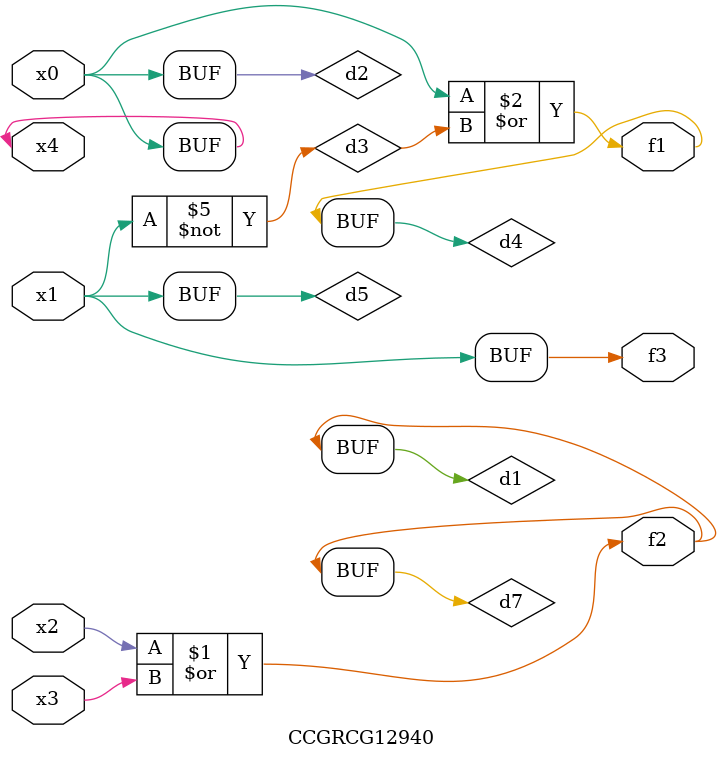
<source format=v>
module CCGRCG12940(
	input x0, x1, x2, x3, x4,
	output f1, f2, f3
);

	wire d1, d2, d3, d4, d5, d6, d7;

	or (d1, x2, x3);
	buf (d2, x0, x4);
	not (d3, x1);
	or (d4, d2, d3);
	not (d5, d3);
	nand (d6, d1, d3);
	or (d7, d1);
	assign f1 = d4;
	assign f2 = d7;
	assign f3 = d5;
endmodule

</source>
